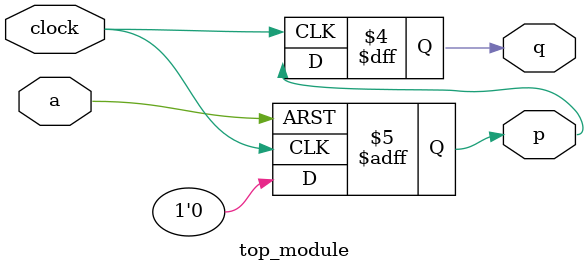
<source format=sv>
module top_module (
    input clock,
    input a, 
    output reg p,
    output reg q
);

    always @(posedge clock or posedge a) begin
        if (a == 1) begin
            p <= 1;
        end else if (clock) begin
            p <= 0;
        end
    end

    always @(negedge clock) begin
        q <= p;
    end

endmodule

</source>
